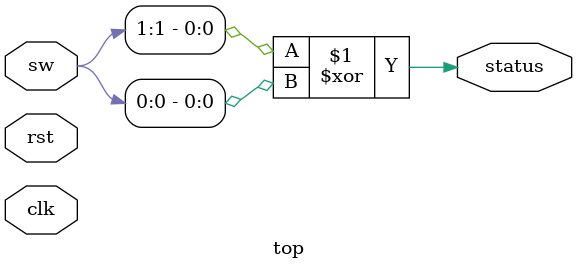
<source format=v>
module top(
	input clk,
	input rst,
	input [1:0] sw,
	output status
);
	assign status = sw[1]^sw[0];
endmodule

</source>
